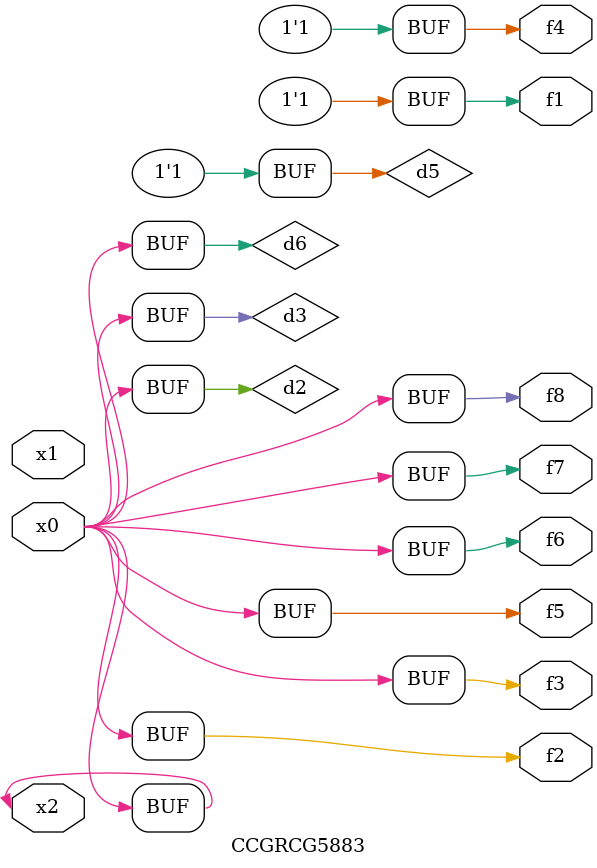
<source format=v>
module CCGRCG5883(
	input x0, x1, x2,
	output f1, f2, f3, f4, f5, f6, f7, f8
);

	wire d1, d2, d3, d4, d5, d6;

	xnor (d1, x2);
	buf (d2, x0, x2);
	and (d3, x0);
	xnor (d4, x1, x2);
	nand (d5, d1, d3);
	buf (d6, d2, d3);
	assign f1 = d5;
	assign f2 = d6;
	assign f3 = d6;
	assign f4 = d5;
	assign f5 = d6;
	assign f6 = d6;
	assign f7 = d6;
	assign f8 = d6;
endmodule

</source>
